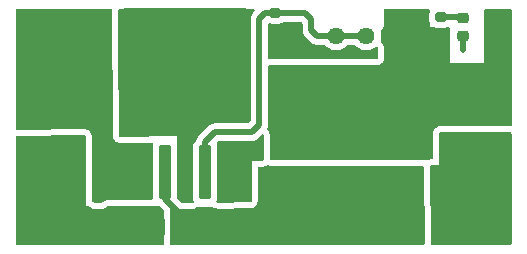
<source format=gbr>
%TF.GenerationSoftware,KiCad,Pcbnew,9.0.1*%
%TF.CreationDate,2025-11-29T01:29:33+04:00*%
%TF.ProjectId,BC-LM2596-ADJ,42432d4c-4d32-4353-9936-2d41444a2e6b,rev?*%
%TF.SameCoordinates,Original*%
%TF.FileFunction,Copper,L1,Top*%
%TF.FilePolarity,Positive*%
%FSLAX46Y46*%
G04 Gerber Fmt 4.6, Leading zero omitted, Abs format (unit mm)*
G04 Created by KiCad (PCBNEW 9.0.1) date 2025-11-29 01:29:33*
%MOMM*%
%LPD*%
G01*
G04 APERTURE LIST*
G04 Aperture macros list*
%AMRoundRect*
0 Rectangle with rounded corners*
0 $1 Rounding radius*
0 $2 $3 $4 $5 $6 $7 $8 $9 X,Y pos of 4 corners*
0 Add a 4 corners polygon primitive as box body*
4,1,4,$2,$3,$4,$5,$6,$7,$8,$9,$2,$3,0*
0 Add four circle primitives for the rounded corners*
1,1,$1+$1,$2,$3*
1,1,$1+$1,$4,$5*
1,1,$1+$1,$6,$7*
1,1,$1+$1,$8,$9*
0 Add four rect primitives between the rounded corners*
20,1,$1+$1,$2,$3,$4,$5,0*
20,1,$1+$1,$4,$5,$6,$7,0*
20,1,$1+$1,$6,$7,$8,$9,0*
20,1,$1+$1,$8,$9,$2,$3,0*%
G04 Aperture macros list end*
%TA.AperFunction,SMDPad,CuDef*%
%ADD10RoundRect,0.250000X1.000000X0.650000X-1.000000X0.650000X-1.000000X-0.650000X1.000000X-0.650000X0*%
%TD*%
%TA.AperFunction,SMDPad,CuDef*%
%ADD11RoundRect,0.250000X-1.000000X1.500000X-1.000000X-1.500000X1.000000X-1.500000X1.000000X1.500000X0*%
%TD*%
%TA.AperFunction,SMDPad,CuDef*%
%ADD12RoundRect,0.218750X0.256250X-0.218750X0.256250X0.218750X-0.256250X0.218750X-0.256250X-0.218750X0*%
%TD*%
%TA.AperFunction,SMDPad,CuDef*%
%ADD13RoundRect,0.250000X0.300000X-2.050000X0.300000X2.050000X-0.300000X2.050000X-0.300000X-2.050000X0*%
%TD*%
%TA.AperFunction,SMDPad,CuDef*%
%ADD14RoundRect,0.250002X5.149998X-4.449998X5.149998X4.449998X-5.149998X4.449998X-5.149998X-4.449998X0*%
%TD*%
%TA.AperFunction,ComponentPad*%
%ADD15R,1.700000X1.700000*%
%TD*%
%TA.AperFunction,ComponentPad*%
%ADD16C,1.440000*%
%TD*%
%TA.AperFunction,SMDPad,CuDef*%
%ADD17RoundRect,0.225000X-0.250000X0.225000X-0.250000X-0.225000X0.250000X-0.225000X0.250000X0.225000X0*%
%TD*%
%TA.AperFunction,SMDPad,CuDef*%
%ADD18RoundRect,0.200000X0.275000X-0.200000X0.275000X0.200000X-0.275000X0.200000X-0.275000X-0.200000X0*%
%TD*%
%TA.AperFunction,SMDPad,CuDef*%
%ADD19RoundRect,0.225000X0.250000X-0.225000X0.250000X0.225000X-0.250000X0.225000X-0.250000X-0.225000X0*%
%TD*%
%TA.AperFunction,SMDPad,CuDef*%
%ADD20RoundRect,0.200000X-0.275000X0.200000X-0.275000X-0.200000X0.275000X-0.200000X0.275000X0.200000X0*%
%TD*%
%TA.AperFunction,SMDPad,CuDef*%
%ADD21R,7.000000X4.000000*%
%TD*%
%TA.AperFunction,ViaPad*%
%ADD22C,0.450000*%
%TD*%
%TA.AperFunction,Conductor*%
%ADD23C,0.500000*%
%TD*%
G04 APERTURE END LIST*
D10*
%TO.P,D2,1,K*%
%TO.N,/SW*%
X105850000Y-88950000D03*
%TO.P,D2,2,A*%
%TO.N,GND*%
X101850000Y-88950000D03*
%TD*%
D11*
%TO.P,C3,1*%
%TO.N,/VOUT*%
X128500000Y-77342500D03*
%TO.P,C3,2*%
%TO.N,GND*%
X128500000Y-83842500D03*
%TD*%
D12*
%TO.P,D1,1,K*%
%TO.N,GND*%
X128400000Y-72837500D03*
%TO.P,D1,2,A*%
%TO.N,Net-(D1-A)*%
X128400000Y-71262500D03*
%TD*%
D13*
%TO.P,U1,1,VIN*%
%TO.N,/VIN*%
X101450000Y-84350000D03*
%TO.P,U1,2,OUT*%
%TO.N,/SW*%
X103150000Y-84350000D03*
%TO.P,U1,3,GND*%
%TO.N,GND*%
X104850000Y-84350000D03*
D14*
X104850000Y-75200000D03*
D13*
%TO.P,U1,4,FB*%
%TO.N,Net-(U1-FB)*%
X106550000Y-84350000D03*
%TO.P,U1,5,~{ON}/OFF*%
%TO.N,GND*%
X108250000Y-84350000D03*
%TD*%
D15*
%TO.P,J3,1,Pin_1*%
%TO.N,/VOUT*%
X131600000Y-71400000D03*
%TD*%
%TO.P,J4,1,Pin_1*%
%TO.N,GND*%
X131600000Y-89600000D03*
%TD*%
%TO.P,J1,1,Pin_1*%
%TO.N,/VIN*%
X91400000Y-71400000D03*
%TD*%
D16*
%TO.P,RV1,1,1*%
%TO.N,/VOUT*%
X122750000Y-72800000D03*
%TO.P,RV1,2,2*%
%TO.N,Net-(U1-FB)*%
X120210000Y-72800000D03*
%TO.P,RV1,3,3*%
X117670000Y-72800000D03*
%TD*%
D17*
%TO.P,C2,1*%
%TO.N,/VIN*%
X97500000Y-86475000D03*
%TO.P,C2,2*%
%TO.N,GND*%
X97500000Y-88025000D03*
%TD*%
D11*
%TO.P,C1,1*%
%TO.N,/VIN*%
X94500000Y-77550000D03*
%TO.P,C1,2*%
%TO.N,GND*%
X94500000Y-84050000D03*
%TD*%
D18*
%TO.P,R1,1*%
%TO.N,/VOUT*%
X126500000Y-72875000D03*
%TO.P,R1,2*%
%TO.N,Net-(D1-A)*%
X126500000Y-71225000D03*
%TD*%
D19*
%TO.P,C4,1*%
%TO.N,/VOUT*%
X112500000Y-75700000D03*
%TO.P,C4,2*%
%TO.N,GND*%
X112500000Y-74150000D03*
%TD*%
D15*
%TO.P,J2,1,Pin_1*%
%TO.N,GND*%
X91400000Y-89600000D03*
%TD*%
D20*
%TO.P,R3,1*%
%TO.N,Net-(U1-FB)*%
X112500000Y-70850000D03*
%TO.P,R3,2*%
%TO.N,GND*%
X112500000Y-72500000D03*
%TD*%
D21*
%TO.P,L1,1,1*%
%TO.N,/SW*%
X117300000Y-88550000D03*
%TO.P,L1,2,2*%
%TO.N,/VOUT*%
X117300000Y-78550000D03*
%TD*%
D22*
%TO.N,GND*%
X109750000Y-84000000D03*
X109750000Y-86400000D03*
X109750000Y-84800000D03*
X114050000Y-73200000D03*
X109750000Y-85600000D03*
X128400000Y-73950000D03*
X104950000Y-81200000D03*
%TD*%
D23*
%TO.N,Net-(D1-A)*%
X126500000Y-71225000D02*
X128362500Y-71225000D01*
X128362500Y-71225000D02*
X128400000Y-71262500D01*
%TO.N,Net-(U1-FB)*%
X107400000Y-80950000D02*
X106550000Y-81800000D01*
X115550000Y-72300000D02*
X116050000Y-72800000D01*
X110500000Y-80950000D02*
X107400000Y-80950000D01*
X106550000Y-81800000D02*
X106550000Y-84350000D01*
X116050000Y-72800000D02*
X117670000Y-72800000D01*
X111150000Y-71350000D02*
X111150000Y-80300000D01*
X112500000Y-70850000D02*
X115000000Y-70850000D01*
X112500000Y-70850000D02*
X111650000Y-70850000D01*
X115000000Y-70850000D02*
X115550000Y-71400000D01*
X120210000Y-72800000D02*
X117670000Y-72800000D01*
X111650000Y-70850000D02*
X111150000Y-71350000D01*
X111150000Y-80300000D02*
X110500000Y-80950000D01*
X115550000Y-71400000D02*
X115550000Y-72300000D01*
%TO.N,GND*%
X128400000Y-72837500D02*
X128400000Y-73950000D01*
%TO.N,/SW*%
X105500000Y-88950000D02*
X105850000Y-88950000D01*
X103150000Y-84350000D02*
X103150000Y-86600000D01*
X103150000Y-86600000D02*
X105500000Y-88950000D01*
%TD*%
%TA.AperFunction,Conductor*%
%TO.N,GND*%
G36*
X132442539Y-80969685D02*
G01*
X132488294Y-81022489D01*
X132499500Y-81074000D01*
X132499500Y-90375500D01*
X132479815Y-90442539D01*
X132427011Y-90488294D01*
X132375500Y-90499500D01*
X125767879Y-90499500D01*
X125700840Y-90479815D01*
X125655085Y-90427011D01*
X125643882Y-90376324D01*
X125600827Y-83874821D01*
X125620067Y-83807653D01*
X125672567Y-83761549D01*
X125724824Y-83750000D01*
X126350000Y-83750000D01*
X126350000Y-81074000D01*
X126369685Y-81006961D01*
X126422489Y-80961206D01*
X126474000Y-80950000D01*
X132375500Y-80950000D01*
X132442539Y-80969685D01*
G37*
%TD.AperFunction*%
%TD*%
%TA.AperFunction,Conductor*%
%TO.N,GND*%
G36*
X110705808Y-70520185D02*
G01*
X110751563Y-70572989D01*
X110761507Y-70642147D01*
X110732482Y-70705703D01*
X110726450Y-70712181D01*
X110567050Y-70871580D01*
X110567044Y-70871588D01*
X110517812Y-70945268D01*
X110517813Y-70945269D01*
X110484921Y-70994496D01*
X110484914Y-70994508D01*
X110428342Y-71131086D01*
X110428340Y-71131092D01*
X110399500Y-71276079D01*
X110399500Y-79937770D01*
X110390855Y-79967210D01*
X110384332Y-79997197D01*
X110380577Y-80002212D01*
X110379815Y-80004809D01*
X110363181Y-80025451D01*
X110225451Y-80163181D01*
X110164128Y-80196666D01*
X110137770Y-80199500D01*
X107326076Y-80199500D01*
X107297242Y-80205234D01*
X107297243Y-80205235D01*
X107181093Y-80228339D01*
X107181083Y-80228342D01*
X107101081Y-80261479D01*
X107101082Y-80261480D01*
X107044505Y-80284915D01*
X106962372Y-80339795D01*
X106921585Y-80367047D01*
X106921581Y-80367050D01*
X105967050Y-81321580D01*
X105967044Y-81321588D01*
X105917812Y-81395268D01*
X105917813Y-81395269D01*
X105884921Y-81444496D01*
X105884914Y-81444508D01*
X105828341Y-81581088D01*
X105828340Y-81581091D01*
X105816012Y-81643066D01*
X105783626Y-81704977D01*
X105782077Y-81706554D01*
X105657287Y-81831345D01*
X105565187Y-81980663D01*
X105565186Y-81980666D01*
X105510001Y-82147203D01*
X105510001Y-82147204D01*
X105510000Y-82147204D01*
X105499500Y-82249983D01*
X105499500Y-86450001D01*
X105499501Y-86450018D01*
X105510000Y-86552796D01*
X105510001Y-86552799D01*
X105565185Y-86719331D01*
X105565188Y-86719338D01*
X105584370Y-86750437D01*
X105602809Y-86817829D01*
X105581885Y-86884493D01*
X105528243Y-86929261D01*
X105479806Y-86939528D01*
X104610087Y-86946377D01*
X104542895Y-86927221D01*
X104521430Y-86910062D01*
X104229270Y-86617902D01*
X104195785Y-86556579D01*
X104193593Y-86517618D01*
X104200499Y-86450016D01*
X104200500Y-86450009D01*
X104200499Y-82249992D01*
X104189999Y-82147203D01*
X104156294Y-82045487D01*
X104150000Y-82006483D01*
X104150000Y-81300000D01*
X99374756Y-81348726D01*
X99307519Y-81329726D01*
X99261228Y-81277392D01*
X99249492Y-81225239D01*
X99218464Y-73592075D01*
X99206403Y-70625004D01*
X99225815Y-70557885D01*
X99278432Y-70511916D01*
X99330402Y-70500500D01*
X110638769Y-70500500D01*
X110705808Y-70520185D01*
G37*
%TD.AperFunction*%
%TA.AperFunction,Conductor*%
G36*
X111469334Y-81144548D02*
G01*
X111525267Y-81186420D01*
X111549684Y-81251884D01*
X111550000Y-81260730D01*
X111550000Y-83226000D01*
X111530315Y-83293039D01*
X111477511Y-83338794D01*
X111426000Y-83350000D01*
X110500000Y-83350000D01*
X110500000Y-86776972D01*
X110480315Y-86844011D01*
X110427511Y-86889766D01*
X110376976Y-86900968D01*
X107632600Y-86922577D01*
X107565408Y-86903421D01*
X107519239Y-86850979D01*
X107508751Y-86781901D01*
X107526087Y-86733482D01*
X107534814Y-86719334D01*
X107589999Y-86552797D01*
X107600500Y-86450009D01*
X107600499Y-82249992D01*
X107589999Y-82147203D01*
X107534814Y-81980666D01*
X107534811Y-81980662D01*
X107532958Y-81975068D01*
X107532422Y-81959500D01*
X107526980Y-81944908D01*
X107531245Y-81925297D01*
X107530556Y-81905239D01*
X107538725Y-81890914D01*
X107541832Y-81876635D01*
X107562980Y-81848386D01*
X107674549Y-81736818D01*
X107735872Y-81703334D01*
X107762229Y-81700500D01*
X110573920Y-81700500D01*
X110671462Y-81681096D01*
X110718913Y-81671658D01*
X110855495Y-81615084D01*
X110937933Y-81560001D01*
X110978416Y-81532952D01*
X111338319Y-81173049D01*
X111399642Y-81139564D01*
X111469334Y-81144548D01*
G37*
%TD.AperFunction*%
%TA.AperFunction,Conductor*%
G36*
X114667208Y-71609144D02*
G01*
X114697194Y-71615667D01*
X114702210Y-71619422D01*
X114704808Y-71620185D01*
X114725449Y-71636818D01*
X114763180Y-71674548D01*
X114796666Y-71735870D01*
X114799500Y-71762230D01*
X114799500Y-72373918D01*
X114799500Y-72373920D01*
X114799499Y-72373920D01*
X114828340Y-72518907D01*
X114828343Y-72518917D01*
X114884914Y-72655492D01*
X114917288Y-72703943D01*
X114917289Y-72703946D01*
X114967046Y-72778414D01*
X114967052Y-72778421D01*
X115571584Y-73382952D01*
X115571586Y-73382954D01*
X115601058Y-73402645D01*
X115645270Y-73432186D01*
X115694505Y-73465084D01*
X115694506Y-73465084D01*
X115694507Y-73465085D01*
X115694509Y-73465086D01*
X115831082Y-73521656D01*
X115831087Y-73521658D01*
X115831091Y-73521658D01*
X115831092Y-73521659D01*
X115976079Y-73550500D01*
X115976082Y-73550500D01*
X115976083Y-73550500D01*
X116123918Y-73550500D01*
X116643796Y-73550500D01*
X116710835Y-73570185D01*
X116735530Y-73591736D01*
X116735610Y-73591657D01*
X116736773Y-73592820D01*
X116738077Y-73593958D01*
X116739050Y-73595097D01*
X116739055Y-73595102D01*
X116874898Y-73730945D01*
X117030319Y-73843865D01*
X117201491Y-73931082D01*
X117201493Y-73931083D01*
X117292845Y-73960764D01*
X117384199Y-73990447D01*
X117573945Y-74020500D01*
X117573946Y-74020500D01*
X117766054Y-74020500D01*
X117766055Y-74020500D01*
X117955801Y-73990447D01*
X118138509Y-73931082D01*
X118309681Y-73843865D01*
X118465102Y-73730945D01*
X118600945Y-73595102D01*
X118600949Y-73595097D01*
X118601923Y-73593958D01*
X118602400Y-73593646D01*
X118604390Y-73591657D01*
X118604808Y-73592075D01*
X118660434Y-73555771D01*
X118696204Y-73550500D01*
X119183796Y-73550500D01*
X119250835Y-73570185D01*
X119275530Y-73591736D01*
X119275610Y-73591657D01*
X119276773Y-73592820D01*
X119278077Y-73593958D01*
X119279050Y-73595097D01*
X119279055Y-73595102D01*
X119414898Y-73730945D01*
X119570319Y-73843865D01*
X119741491Y-73931082D01*
X119741493Y-73931083D01*
X119832845Y-73960764D01*
X119924199Y-73990447D01*
X120113945Y-74020500D01*
X120113946Y-74020500D01*
X120306054Y-74020500D01*
X120306055Y-74020500D01*
X120495801Y-73990447D01*
X120678509Y-73931082D01*
X120849681Y-73843865D01*
X121003117Y-73732386D01*
X121068920Y-73708908D01*
X121136974Y-73724733D01*
X121185669Y-73774839D01*
X121200000Y-73832706D01*
X121200000Y-74626000D01*
X121180315Y-74693039D01*
X121127511Y-74738794D01*
X121076000Y-74750000D01*
X112809559Y-74750000D01*
X112801505Y-74749589D01*
X112801502Y-74749661D01*
X112798350Y-74749500D01*
X112798345Y-74749500D01*
X112798339Y-74749500D01*
X112201662Y-74749500D01*
X112198501Y-74749662D01*
X112198497Y-74749590D01*
X112190453Y-74750000D01*
X112024500Y-74750000D01*
X111957461Y-74730315D01*
X111911706Y-74677511D01*
X111900500Y-74626000D01*
X111900500Y-71851124D01*
X111920185Y-71784085D01*
X111972989Y-71738330D01*
X112042147Y-71728386D01*
X112061388Y-71732738D01*
X112097804Y-71744086D01*
X112168384Y-71750500D01*
X112168387Y-71750500D01*
X112831613Y-71750500D01*
X112831616Y-71750500D01*
X112902196Y-71744086D01*
X113064606Y-71693478D01*
X113188828Y-71618382D01*
X113252977Y-71600500D01*
X114637769Y-71600500D01*
X114667208Y-71609144D01*
G37*
%TD.AperFunction*%
%TD*%
%TA.AperFunction,Conductor*%
%TO.N,/VOUT*%
G36*
X125543039Y-70520185D02*
G01*
X125588794Y-70572989D01*
X125600000Y-70624500D01*
X125600000Y-70670259D01*
X125583845Y-70728212D01*
X125584601Y-70728552D01*
X125582368Y-70733513D01*
X125582120Y-70734404D01*
X125581523Y-70735390D01*
X125530913Y-70897807D01*
X125524500Y-70968386D01*
X125524500Y-71481613D01*
X125530913Y-71552192D01*
X125530913Y-71552194D01*
X125530914Y-71552196D01*
X125581522Y-71714606D01*
X125582115Y-71715587D01*
X125582362Y-71716473D01*
X125584600Y-71721445D01*
X125583843Y-71721785D01*
X125600000Y-71779739D01*
X125600000Y-72050000D01*
X125870260Y-72050000D01*
X125928215Y-72066155D01*
X125928555Y-72065400D01*
X125933514Y-72067632D01*
X125934405Y-72067880D01*
X125935394Y-72068478D01*
X126097804Y-72119086D01*
X126168384Y-72125500D01*
X126168387Y-72125500D01*
X126831613Y-72125500D01*
X126831616Y-72125500D01*
X126902196Y-72119086D01*
X127064606Y-72068478D01*
X127065594Y-72067880D01*
X127066485Y-72067632D01*
X127071445Y-72065400D01*
X127071784Y-72066155D01*
X127081847Y-72063349D01*
X127094805Y-72055023D01*
X127129740Y-72050000D01*
X127176000Y-72050000D01*
X127243039Y-72069685D01*
X127288794Y-72122489D01*
X127300000Y-72174000D01*
X127300000Y-75050000D01*
X130200000Y-75050000D01*
X130200000Y-70624500D01*
X130219685Y-70557461D01*
X130272489Y-70511706D01*
X130324000Y-70500500D01*
X132375500Y-70500500D01*
X132442539Y-70520185D01*
X132488294Y-70572989D01*
X132499500Y-70624500D01*
X132499500Y-80320500D01*
X132479815Y-80387539D01*
X132427011Y-80433294D01*
X132375500Y-80444500D01*
X126474000Y-80444500D01*
X126473991Y-80444500D01*
X126473990Y-80444501D01*
X126366549Y-80456052D01*
X126366537Y-80456054D01*
X126315027Y-80467260D01*
X126212502Y-80501383D01*
X126212496Y-80501386D01*
X126091462Y-80579171D01*
X126091451Y-80579179D01*
X126038659Y-80624923D01*
X125944433Y-80733664D01*
X125944430Y-80733668D01*
X125884664Y-80864534D01*
X125864976Y-80931582D01*
X125844500Y-81074001D01*
X125844500Y-83120551D01*
X125824815Y-83187590D01*
X125772011Y-83233345D01*
X125727267Y-83244366D01*
X125724832Y-83244499D01*
X125615748Y-83256408D01*
X125615740Y-83256409D01*
X125615739Y-83256410D01*
X125600914Y-83259686D01*
X125563484Y-83267958D01*
X125563473Y-83267961D01*
X125488121Y-83293458D01*
X125448378Y-83300000D01*
X112179500Y-83300000D01*
X112112461Y-83280315D01*
X112066706Y-83227511D01*
X112055500Y-83176000D01*
X112055500Y-81260710D01*
X112055179Y-81242728D01*
X112055178Y-81242716D01*
X112055178Y-81242684D01*
X112054862Y-81233838D01*
X112053896Y-81215821D01*
X112023312Y-81075229D01*
X111998895Y-81009765D01*
X111929944Y-80883490D01*
X111840532Y-80794075D01*
X111807049Y-80732753D01*
X111812035Y-80663062D01*
X111813655Y-80658944D01*
X111827747Y-80624923D01*
X111871658Y-80518913D01*
X111900500Y-80373918D01*
X111900500Y-75379500D01*
X111903003Y-75370974D01*
X111901715Y-75362181D01*
X111912696Y-75337964D01*
X111920185Y-75312461D01*
X111926899Y-75306643D01*
X111930570Y-75298548D01*
X111952900Y-75284112D01*
X111972989Y-75266706D01*
X111983330Y-75264441D01*
X111989247Y-75260617D01*
X112023518Y-75255642D01*
X112024169Y-75255500D01*
X112024493Y-75255499D01*
X112024500Y-75255500D01*
X112190453Y-75255500D01*
X112209949Y-75255003D01*
X112211348Y-75255000D01*
X112211361Y-75255004D01*
X112211679Y-75255000D01*
X112788361Y-75255000D01*
X112791520Y-75255040D01*
X112794068Y-75255104D01*
X112809559Y-75255500D01*
X112809568Y-75255500D01*
X121075990Y-75255500D01*
X121076000Y-75255500D01*
X121183456Y-75243947D01*
X121234967Y-75232741D01*
X121269197Y-75221347D01*
X121337497Y-75198616D01*
X121337501Y-75198613D01*
X121337504Y-75198613D01*
X121458543Y-75120825D01*
X121511347Y-75075070D01*
X121605567Y-74966336D01*
X121665338Y-74835459D01*
X121685023Y-74768420D01*
X121685024Y-74768416D01*
X121705500Y-74626000D01*
X121705500Y-73832706D01*
X121690677Y-73711188D01*
X121676346Y-73653321D01*
X121632750Y-73538939D01*
X121632748Y-73538936D01*
X121632747Y-73538934D01*
X121548186Y-73422547D01*
X121548179Y-73422537D01*
X121499484Y-73372431D01*
X121499483Y-73372430D01*
X121499477Y-73372425D01*
X121499478Y-73372425D01*
X121498270Y-73371494D01*
X121498008Y-73371133D01*
X121496490Y-73369799D01*
X121496790Y-73369457D01*
X121457207Y-73314964D01*
X121450000Y-73273306D01*
X121450000Y-72326149D01*
X121469685Y-72259110D01*
X121492795Y-72232437D01*
X121511347Y-72216363D01*
X121605567Y-72107629D01*
X121665338Y-71976752D01*
X121685023Y-71909713D01*
X121685024Y-71909709D01*
X121705500Y-71767293D01*
X121705500Y-70624500D01*
X121725185Y-70557461D01*
X121777989Y-70511706D01*
X121829500Y-70500500D01*
X125476000Y-70500500D01*
X125543039Y-70520185D01*
G37*
%TD.AperFunction*%
%TD*%
%TA.AperFunction,Conductor*%
%TO.N,/VIN*%
G36*
X98643935Y-70520185D02*
G01*
X98689690Y-70572989D01*
X98700895Y-70623996D01*
X98700907Y-70627055D01*
X98700907Y-70627059D01*
X98741911Y-80714414D01*
X98743996Y-81227292D01*
X98743996Y-81227302D01*
X98756323Y-81336212D01*
X98768061Y-81388375D01*
X98786532Y-81442302D01*
X98803576Y-81492065D01*
X98882594Y-81612305D01*
X98882598Y-81612310D01*
X98882600Y-81612312D01*
X98928882Y-81664636D01*
X98928890Y-81664644D01*
X98950527Y-81683009D01*
X99038576Y-81757744D01*
X99170057Y-81816177D01*
X99235998Y-81834810D01*
X99237196Y-81835164D01*
X99237294Y-81835177D01*
X99237296Y-81835178D01*
X99379914Y-81854200D01*
X102028447Y-81827174D01*
X102037211Y-81829650D01*
X102046216Y-81828271D01*
X102070300Y-81839001D01*
X102095680Y-81846173D01*
X102101716Y-81852997D01*
X102110038Y-81856705D01*
X102124497Y-81878752D01*
X102141971Y-81898507D01*
X102144374Y-81909060D01*
X102148356Y-81915131D01*
X102153703Y-81950017D01*
X102154101Y-81992941D01*
X102147812Y-82033095D01*
X102110001Y-82147201D01*
X102099500Y-82249983D01*
X102099500Y-86450001D01*
X102099501Y-86450019D01*
X102110522Y-86557899D01*
X102097752Y-86626592D01*
X102049871Y-86677476D01*
X101987164Y-86694500D01*
X98327372Y-86694500D01*
X98273323Y-86697397D01*
X98273322Y-86697397D01*
X98246989Y-86700229D01*
X98246962Y-86700232D01*
X98193566Y-86708885D01*
X98193564Y-86708885D01*
X98058759Y-86759166D01*
X97997431Y-86792653D01*
X97997430Y-86792653D01*
X97901631Y-86864366D01*
X97892421Y-86870635D01*
X97855943Y-86893136D01*
X97829850Y-86905304D01*
X97804496Y-86913705D01*
X97765495Y-86919999D01*
X97234505Y-86919999D01*
X97195499Y-86913704D01*
X97170142Y-86905301D01*
X97144053Y-86893136D01*
X97138611Y-86889779D01*
X97120244Y-86878450D01*
X97102486Y-86865166D01*
X97077488Y-86842712D01*
X97056846Y-86826078D01*
X97056840Y-86826073D01*
X97008022Y-86790871D01*
X97009508Y-86788809D01*
X96969085Y-86746114D01*
X96955500Y-86689683D01*
X96955500Y-81324865D01*
X96955500Y-81324858D01*
X96943573Y-81215699D01*
X96932009Y-81163411D01*
X96896795Y-81059411D01*
X96818175Y-80938910D01*
X96772057Y-80886423D01*
X96700000Y-80824850D01*
X96700000Y-80800000D01*
X96670918Y-80800000D01*
X96662675Y-80792956D01*
X96640843Y-80783167D01*
X96640842Y-80783166D01*
X96531385Y-80734087D01*
X96464215Y-80714866D01*
X96456266Y-80713751D01*
X96455855Y-80713724D01*
X96321653Y-80695372D01*
X90625355Y-80734656D01*
X90558182Y-80715434D01*
X90512064Y-80662947D01*
X90500500Y-80610659D01*
X90500500Y-70624500D01*
X90520185Y-70557461D01*
X90572989Y-70511706D01*
X90624500Y-70500500D01*
X98576896Y-70500500D01*
X98643935Y-70520185D01*
G37*
%TD.AperFunction*%
%TD*%
%TA.AperFunction,Conductor*%
%TO.N,/SW*%
G36*
X111896730Y-83731857D02*
G01*
X111970041Y-83765338D01*
X112037080Y-83785023D01*
X112037084Y-83785024D01*
X112179500Y-83805500D01*
X124971675Y-83805500D01*
X125038714Y-83825185D01*
X125084469Y-83877989D01*
X125095672Y-83928679D01*
X125138359Y-90374679D01*
X125119119Y-90441847D01*
X125066619Y-90487951D01*
X125014362Y-90499500D01*
X103724000Y-90499500D01*
X103656961Y-90479815D01*
X103611206Y-90427011D01*
X103600000Y-90375500D01*
X103600000Y-89661222D01*
X103600410Y-89653169D01*
X103600339Y-89653166D01*
X103600497Y-89650034D01*
X103600500Y-89650009D01*
X103600499Y-88249992D01*
X103600498Y-88249986D01*
X103600338Y-88246836D01*
X103600409Y-88246832D01*
X103600000Y-88238788D01*
X103600000Y-87374000D01*
X103619685Y-87306961D01*
X103672489Y-87261206D01*
X103724000Y-87250000D01*
X104097049Y-87250000D01*
X104164088Y-87269685D01*
X104179725Y-87281584D01*
X104205792Y-87304908D01*
X104227257Y-87322067D01*
X104272958Y-87354613D01*
X104404303Y-87413351D01*
X104452461Y-87427080D01*
X104471487Y-87432505D01*
X104471490Y-87432505D01*
X104471495Y-87432507D01*
X104614068Y-87451861D01*
X105483787Y-87445012D01*
X105584626Y-87434041D01*
X105633063Y-87423774D01*
X105729679Y-87392892D01*
X105852139Y-87317361D01*
X105898345Y-87278798D01*
X105962427Y-87250956D01*
X105977797Y-87250000D01*
X107155016Y-87250000D01*
X107222055Y-87269685D01*
X107235473Y-87279646D01*
X107295471Y-87330813D01*
X107426816Y-87389551D01*
X107474974Y-87403280D01*
X107494000Y-87408705D01*
X107494003Y-87408705D01*
X107494008Y-87408707D01*
X107636580Y-87428061D01*
X110380956Y-87406452D01*
X110486374Y-87394488D01*
X110486383Y-87394486D01*
X110536905Y-87383287D01*
X110536905Y-87383286D01*
X110536909Y-87383286D01*
X110637504Y-87349585D01*
X110758543Y-87271797D01*
X110783698Y-87250000D01*
X110800000Y-87250000D01*
X110800192Y-87235707D01*
X110811347Y-87226042D01*
X110905567Y-87117308D01*
X110965338Y-86986431D01*
X110985023Y-86919392D01*
X110985024Y-86919388D01*
X111005500Y-86776972D01*
X111005500Y-83979500D01*
X111025185Y-83912461D01*
X111077989Y-83866706D01*
X111129500Y-83855500D01*
X111425990Y-83855500D01*
X111426000Y-83855500D01*
X111533456Y-83843947D01*
X111584967Y-83832741D01*
X111619197Y-83821347D01*
X111687497Y-83798616D01*
X111687499Y-83798614D01*
X111687504Y-83798613D01*
X111778181Y-83740337D01*
X111845218Y-83720652D01*
X111896730Y-83731857D01*
G37*
%TD.AperFunction*%
%TD*%
%TA.AperFunction,Conductor*%
%TO.N,GND*%
G36*
X96392318Y-81220083D02*
G01*
X96438436Y-81272570D01*
X96450000Y-81324858D01*
X96450000Y-87200000D01*
X96672626Y-87200000D01*
X96739665Y-87219685D01*
X96760307Y-87236319D01*
X96796955Y-87272967D01*
X96796959Y-87272970D01*
X96941294Y-87361998D01*
X96941297Y-87361999D01*
X96941303Y-87362003D01*
X97102292Y-87415349D01*
X97201655Y-87425500D01*
X97798344Y-87425499D01*
X97798352Y-87425498D01*
X97798355Y-87425498D01*
X97852760Y-87419940D01*
X97897708Y-87415349D01*
X98058697Y-87362003D01*
X98203044Y-87272968D01*
X98239693Y-87236319D01*
X98301016Y-87202834D01*
X98327374Y-87200000D01*
X102637270Y-87200000D01*
X102704309Y-87219685D01*
X102724951Y-87236319D01*
X103058181Y-87569549D01*
X103091666Y-87630872D01*
X103094500Y-87657230D01*
X103094500Y-88238788D01*
X103094959Y-88256858D01*
X103094999Y-88260007D01*
X103094999Y-89639998D01*
X103094959Y-89643146D01*
X103094500Y-89661220D01*
X103094500Y-90375500D01*
X103074815Y-90442539D01*
X103022011Y-90488294D01*
X102970500Y-90499500D01*
X90624500Y-90499500D01*
X90557461Y-90479815D01*
X90511706Y-90427011D01*
X90500500Y-90375500D01*
X90500500Y-81364177D01*
X90520185Y-81297138D01*
X90572989Y-81251383D01*
X90623639Y-81240181D01*
X96325145Y-81200861D01*
X96392318Y-81220083D01*
G37*
%TD.AperFunction*%
%TD*%
M02*

</source>
